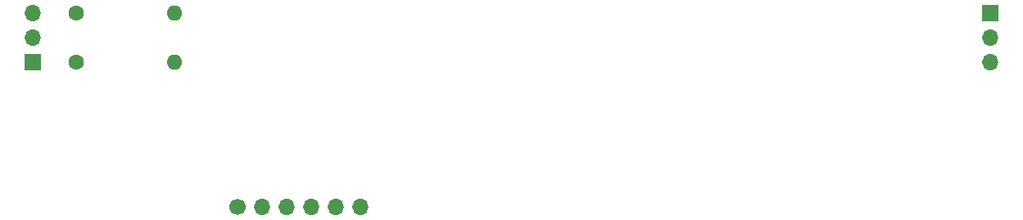
<source format=gtl>
G04 #@! TF.GenerationSoftware,KiCad,Pcbnew,(5.1.7)-1*
G04 #@! TF.CreationDate,2022-02-16T20:37:06+01:00*
G04 #@! TF.ProjectId,bluetooth-board,626c7565-746f-46f7-9468-2d626f617264,rev?*
G04 #@! TF.SameCoordinates,Original*
G04 #@! TF.FileFunction,Copper,L1,Top*
G04 #@! TF.FilePolarity,Positive*
%FSLAX46Y46*%
G04 Gerber Fmt 4.6, Leading zero omitted, Abs format (unit mm)*
G04 Created by KiCad (PCBNEW (5.1.7)-1) date 2022-02-16 20:37:06*
%MOMM*%
%LPD*%
G01*
G04 APERTURE LIST*
G04 #@! TA.AperFunction,ComponentPad*
%ADD10R,1.700000X1.700000*%
G04 #@! TD*
G04 #@! TA.AperFunction,ComponentPad*
%ADD11O,1.700000X1.700000*%
G04 #@! TD*
G04 #@! TA.AperFunction,ComponentPad*
%ADD12C,1.700000*%
G04 #@! TD*
G04 #@! TA.AperFunction,ComponentPad*
%ADD13C,1.600000*%
G04 #@! TD*
G04 #@! TA.AperFunction,ComponentPad*
%ADD14O,1.600000X1.600000*%
G04 #@! TD*
G04 APERTURE END LIST*
D10*
X139500000Y-41750000D03*
D11*
X139500000Y-44290000D03*
X139500000Y-46830000D03*
D10*
X40500000Y-46830000D03*
D11*
X40500000Y-44290000D03*
X40500000Y-41750000D03*
D12*
X61650000Y-61750000D03*
D11*
X64190000Y-61750000D03*
X66730000Y-61750000D03*
X69270000Y-61750000D03*
X71810000Y-61750000D03*
X74350000Y-61750000D03*
D13*
X45000000Y-46830000D03*
D14*
X55160000Y-46830000D03*
D13*
X45000000Y-41750000D03*
D14*
X55160000Y-41750000D03*
M02*

</source>
